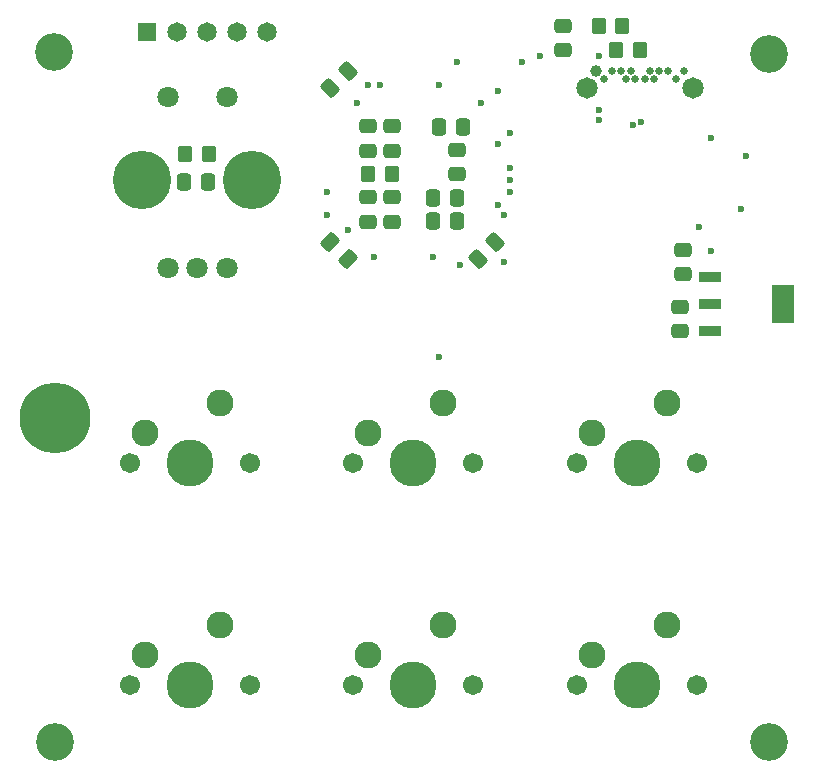
<source format=gbs>
G04 #@! TF.GenerationSoftware,KiCad,Pcbnew,8.0.7*
G04 #@! TF.CreationDate,2025-04-22T23:12:23-04:00*
G04 #@! TF.ProjectId,custom-keypad,63757374-6f6d-42d6-9b65-797061642e6b,rev?*
G04 #@! TF.SameCoordinates,Original*
G04 #@! TF.FileFunction,Soldermask,Bot*
G04 #@! TF.FilePolarity,Negative*
%FSLAX46Y46*%
G04 Gerber Fmt 4.6, Leading zero omitted, Abs format (unit mm)*
G04 Created by KiCad (PCBNEW 8.0.7) date 2025-04-22 23:12:23*
%MOMM*%
%LPD*%
G01*
G04 APERTURE LIST*
G04 Aperture macros list*
%AMRoundRect*
0 Rectangle with rounded corners*
0 $1 Rounding radius*
0 $2 $3 $4 $5 $6 $7 $8 $9 X,Y pos of 4 corners*
0 Add a 4 corners polygon primitive as box body*
4,1,4,$2,$3,$4,$5,$6,$7,$8,$9,$2,$3,0*
0 Add four circle primitives for the rounded corners*
1,1,$1+$1,$2,$3*
1,1,$1+$1,$4,$5*
1,1,$1+$1,$6,$7*
1,1,$1+$1,$8,$9*
0 Add four rect primitives between the rounded corners*
20,1,$1+$1,$2,$3,$4,$5,0*
20,1,$1+$1,$4,$5,$6,$7,0*
20,1,$1+$1,$6,$7,$8,$9,0*
20,1,$1+$1,$8,$9,$2,$3,0*%
G04 Aperture macros list end*
%ADD10C,1.701800*%
%ADD11C,3.987800*%
%ADD12C,2.286000*%
%ADD13C,3.200000*%
%ADD14R,1.650000X1.650000*%
%ADD15C,1.650000*%
%ADD16C,1.800000*%
%ADD17C,4.950000*%
%ADD18C,0.650000*%
%ADD19C,1.000000*%
%ADD20C,1.815000*%
%ADD21RoundRect,0.250000X0.337500X0.475000X-0.337500X0.475000X-0.337500X-0.475000X0.337500X-0.475000X0*%
%ADD22RoundRect,0.250000X0.097227X-0.574524X0.574524X-0.097227X-0.097227X0.574524X-0.574524X0.097227X0*%
%ADD23RoundRect,0.250000X-0.475000X0.337500X-0.475000X-0.337500X0.475000X-0.337500X0.475000X0.337500X0*%
%ADD24RoundRect,0.250000X-0.350000X-0.450000X0.350000X-0.450000X0.350000X0.450000X-0.350000X0.450000X0*%
%ADD25RoundRect,0.250000X0.574524X0.097227X0.097227X0.574524X-0.574524X-0.097227X-0.097227X-0.574524X0*%
%ADD26RoundRect,0.250000X0.475000X-0.337500X0.475000X0.337500X-0.475000X0.337500X-0.475000X-0.337500X0*%
%ADD27R,1.850000X0.900000*%
%ADD28R,1.850000X3.200000*%
%ADD29RoundRect,0.250000X0.350000X0.450000X-0.350000X0.450000X-0.350000X-0.450000X0.350000X-0.450000X0*%
%ADD30C,0.600000*%
%ADD31C,6.000000*%
G04 APERTURE END LIST*
D10*
X61322000Y-82804000D03*
D11*
X66402000Y-82804000D03*
D10*
X71482000Y-82804000D03*
D12*
X68942000Y-77724000D03*
X62592000Y-80264000D03*
D13*
X115422999Y-87559152D03*
D10*
X80222000Y-82804000D03*
D11*
X85302000Y-82804000D03*
D10*
X90382000Y-82804000D03*
D12*
X87842000Y-77724000D03*
X81492000Y-80264000D03*
D14*
X62738000Y-27500000D03*
D15*
X65278000Y-27500000D03*
X67818000Y-27500000D03*
X70358000Y-27500000D03*
X72898000Y-27500000D03*
D13*
X115422995Y-29321650D03*
X54934849Y-87559155D03*
D16*
X64500000Y-47500000D03*
X69500000Y-47500000D03*
X67000000Y-47500000D03*
X64500000Y-33000000D03*
X69500000Y-33000000D03*
D17*
X62350000Y-40000000D03*
X71650000Y-40000000D03*
D10*
X61322000Y-64008000D03*
D11*
X66402000Y-64008000D03*
D10*
X71482000Y-64008000D03*
D12*
X68942000Y-58928000D03*
X62592000Y-61468000D03*
D10*
X99122000Y-82804000D03*
D11*
X104202000Y-82804000D03*
D10*
X109282000Y-82804000D03*
D12*
X106742000Y-77724000D03*
X100392000Y-80264000D03*
D13*
X54864000Y-29210000D03*
D18*
X108225000Y-30750000D03*
D19*
X100775000Y-30750000D03*
D18*
X101450000Y-31450000D03*
X102100000Y-30750000D03*
X102900000Y-30750000D03*
X103300000Y-31450000D03*
X103700000Y-30750000D03*
X104100000Y-31450000D03*
X104900000Y-31450000D03*
X105300000Y-30750000D03*
X105700000Y-31450000D03*
X106100000Y-30750000D03*
X106900000Y-30750000D03*
X107550000Y-31450000D03*
D20*
X109000000Y-32250000D03*
X100000000Y-32250000D03*
D10*
X80222000Y-64008000D03*
D11*
X85302000Y-64008000D03*
D10*
X90382000Y-64008000D03*
D12*
X87842000Y-58928000D03*
X81492000Y-61468000D03*
D10*
X99122000Y-64008000D03*
D11*
X104202000Y-64008000D03*
D10*
X109282000Y-64008000D03*
D12*
X106742000Y-58928000D03*
X100392000Y-61468000D03*
D21*
X89537500Y-35500000D03*
X87462500Y-35500000D03*
D22*
X78266377Y-32233623D03*
X79733623Y-30766377D03*
D23*
X81500000Y-35462500D03*
X81500000Y-37537500D03*
D24*
X101000000Y-27000000D03*
X103000000Y-27000000D03*
D25*
X79733623Y-46733623D03*
X78266377Y-45266377D03*
D23*
X107911999Y-50732499D03*
X107911999Y-52807499D03*
D21*
X89037500Y-43500000D03*
X86962500Y-43500000D03*
D26*
X108166000Y-47981500D03*
X108166000Y-45906500D03*
D23*
X89000000Y-37462500D03*
X89000000Y-39537500D03*
D26*
X83500000Y-43537500D03*
X83500000Y-41462500D03*
D27*
X110400000Y-52800000D03*
X110400000Y-50500000D03*
X110400000Y-48200000D03*
D28*
X116600000Y-50500000D03*
D23*
X83500000Y-35462500D03*
X83500000Y-37537500D03*
D22*
X90766377Y-46733623D03*
X92233623Y-45266377D03*
D21*
X67949500Y-40192000D03*
X65874500Y-40192000D03*
D29*
X104500000Y-29000000D03*
X102500000Y-29000000D03*
D26*
X81500000Y-43537500D03*
X81500000Y-41462500D03*
D24*
X81500000Y-39500000D03*
X83500000Y-39500000D03*
D23*
X98000000Y-26962500D03*
X98000000Y-29037500D03*
D21*
X89037500Y-41500000D03*
X86962500Y-41500000D03*
D29*
X67984000Y-37848000D03*
X65984000Y-37848000D03*
D30*
X81500000Y-32000000D03*
X113500000Y-38000000D03*
D31*
X54944022Y-60196685D03*
D30*
X96000000Y-29500000D03*
X109500000Y-44000000D03*
X101000000Y-29500000D03*
X93000000Y-43000000D03*
X87000000Y-46500000D03*
X93000000Y-47000000D03*
X87500000Y-55000000D03*
X94500000Y-30000000D03*
X93500000Y-36000000D03*
X87500000Y-32000000D03*
X78000000Y-43000000D03*
X79750000Y-44250000D03*
X80500000Y-33500000D03*
X89233623Y-47233623D03*
X92482802Y-42095000D03*
X82000000Y-46500000D03*
X113000000Y-42500000D03*
X91000000Y-33500000D03*
X92500000Y-37000000D03*
X82500000Y-32000000D03*
X89000000Y-30000000D03*
X110500000Y-36500000D03*
X110500000Y-46000000D03*
X92500000Y-32500000D03*
X78000000Y-41000000D03*
X104600000Y-35065687D03*
X101000000Y-34125000D03*
X103862637Y-35376010D03*
X101000000Y-34925003D03*
X93500000Y-41000000D03*
X93500000Y-40000000D03*
X93500000Y-39000000D03*
M02*

</source>
